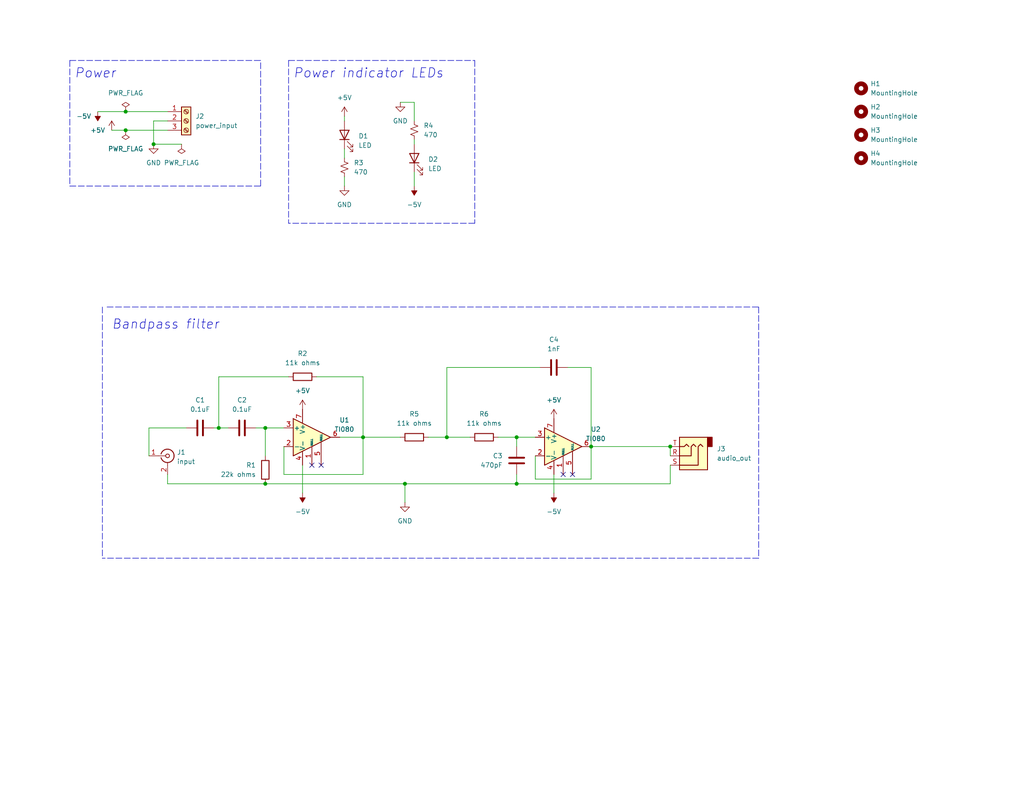
<source format=kicad_sch>
(kicad_sch (version 20211123) (generator eeschema)
  (paper "USLetter")
  (title_block (title "Optical Telecom Exhibit: Bandpass Filter") (date "2022-08-09") (rev "1") (company "Montana Science Center"))
  (lib_symbols
    (symbol "Amplifier_Operational:TL081" (pin_names (offset 0.127))
      (property "Reference" "U" (at 0 6.35 0))
      (property "Value" "TL081" (at 0 3.81 0))
      (symbol "TL081_0_1"
        (polyline (pts (xy -5.08 5.08) (xy 5.08 0) (xy -5.08 -5.08) (xy -5.08 5.08)) (stroke (width 0.254)) (fill (type background)))
      )
      (symbol "TL081_1_1"
        (pin input line (at 0 -7.62 90) (length 5.08) (name "NULL") (number "1"))
        (pin input line (at -7.62 -2.54 0) (length 2.54) (name "-") (number "2"))
        (pin input line (at -7.62 2.54 0) (length 2.54) (name "+") (number "3"))
        (pin power_in line (at -2.54 -7.62 90) (length 3.81) (name "V-") (number "4"))
        (pin input line (at 2.54 -7.62 90) (length 6.35) (name "NULL") (number "5"))
        (pin output line (at 7.62 0 180) (length 2.54) (name "~") (number "6"))
        (pin power_in line (at -2.54 7.62 270) (length 3.81) (name "V+") (number "7"))
        (pin no_connect line (at 0 2.54 270) (length 2.54) hide (name "NC") (number "8"))
      )
    )
    (symbol "Connector:AudioJack3"
      (property "Reference" "J" (at 0 8.89 0))
      (property "Value" "AudioJack3" (at 0 6.35 0))
      (symbol "AudioJack3_0_1"
        (rectangle (start -5.08 -5.08) (end -6.35 -2.54) (stroke (width 0.254)) (fill (type outline)))
        (polyline (pts (xy 0 -2.54) (xy 0.635 -3.175) (xy 1.27 -2.54) (xy 2.54 -2.54)) (stroke (width 0.254)))
        (polyline (pts (xy -1.905 -2.54) (xy -1.27 -3.175) (xy -0.635 -2.54) (xy -0.635 0) (xy 2.54 0)) (stroke (width 0.254)))
        (polyline (pts (xy 2.54 2.54) (xy -2.54 2.54) (xy -2.54 -2.54) (xy -3.175 -3.175) (xy -3.81 -2.54)) (stroke (width 0.254)))
        (rectangle (start 2.54 3.81) (end -5.08 -5.08) (stroke (width 0.254)) (fill (type background)))
      )
      (symbol "AudioJack3_1_1"
        (pin passive line (at 5.08 0 180) (length 2.54) (name "~") (number "R"))
        (pin passive line (at 5.08 2.54 180) (length 2.54) (name "~") (number "S"))
        (pin passive line (at 5.08 -2.54 180) (length 2.54) (name "~") (number "T"))
      )
    )
    (symbol "Connector:Conn_Coaxial" (pin_names (offset 1.016) hide)
      (property "Reference" "J" (at 0.254 3.048 0))
      (property "Value" "Conn_Coaxial" (at 2.921 0 90))
      (symbol "Conn_Coaxial_0_1"
        (arc (start -1.778 -0.508) (mid 0.2311 -1.8066) (end 1.778 0) (stroke (width 0.254)))
        (polyline (pts (xy -2.54 0) (xy -0.508 0)))
        (polyline (pts (xy 0 -2.54) (xy 0 -1.778)))
        (circle (center 0 0) (radius 0.508) (stroke (width 0.2032)))
        (arc (start 1.778 0) (mid 0.2099 1.8101) (end -1.778 0.508) (stroke (width 0.254)))
      )
      (symbol "Conn_Coaxial_1_1"
        (pin passive line (at -5.08 0 0) (length 2.54) (name "In") (number "1"))
        (pin passive line (at 0 -5.08 90) (length 2.54) (name "Ext") (number "2"))
      )
    )
    (symbol "Connector:Screw_Terminal_01x03" (pin_names (offset 1.016) hide)
      (property "Reference" "J" (at 0 5.08 0))
      (property "Value" "Screw_Terminal_01x03" (at 0 -5.08 0))
      (symbol "Screw_Terminal_01x03_1_1"
        (rectangle (start -1.27 3.81) (end 1.27 -3.81) (stroke (width 0.254)) (fill (type background)))
        (circle (center 0 -2.54) (radius 0.635) (stroke (width 0.1524)))
        (polyline (pts (xy -0.5334 -2.2098) (xy 0.3302 -3.048)) (stroke (width 0.1524)))
        (polyline (pts (xy -0.5334 0.3302) (xy 0.3302 -0.508)) (stroke (width 0.1524)))
        (polyline (pts (xy -0.5334 2.8702) (xy 0.3302 2.032)) (stroke (width 0.1524)))
        (polyline (pts (xy -0.3556 -2.032) (xy 0.508 -2.8702)) (stroke (width 0.1524)))
        (polyline (pts (xy -0.3556 0.508) (xy 0.508 -0.3302)) (stroke (width 0.1524)))
        (polyline (pts (xy -0.3556 3.048) (xy 0.508 2.2098)) (stroke (width 0.1524)))
        (circle (center 0 0) (radius 0.635) (stroke (width 0.1524)))
        (circle (center 0 2.54) (radius 0.635) (stroke (width 0.1524)))
        (pin passive line (at -5.08 2.54 0) (length 3.81) (name "Pin_1") (number "1"))
        (pin passive line (at -5.08 0 0) (length 3.81) (name "Pin_2") (number "2"))
        (pin passive line (at -5.08 -2.54 0) (length 3.81) (name "Pin_3") (number "3"))
      )
    )
    (symbol "Device:C" (pin_numbers hide) (pin_names (offset 0.254))
      (property "Reference" "C" (at 0.635 2.54 0))
      (property "Value" "C" (at 0.635 -2.54 0))
      (symbol "C_0_1"
        (polyline (pts (xy -2.032 -0.762) (xy 2.032 -0.762)) (stroke (width 0.508)))
        (polyline (pts (xy -2.032 0.762) (xy 2.032 0.762)) (stroke (width 0.508)))
      )
      (symbol "C_1_1"
        (pin passive line (at 0 3.81 270) (length 2.794) (name "~") (number "1"))
        (pin passive line (at 0 -3.81 90) (length 2.794) (name "~") (number "2"))
      )
    )
    (symbol "Device:LED" (pin_numbers hide) (pin_names (offset 1.016) hide)
      (property "Reference" "D" (at 0 2.54 0))
      (property "Value" "LED" (at 0 -2.54 0))
      (symbol "LED_0_1"
        (polyline (pts (xy -1.27 -1.27) (xy -1.27 1.27)) (stroke (width 0.254)))
        (polyline (pts (xy -1.27 0) (xy 1.27 0)))
        (polyline (pts (xy 1.27 -1.27) (xy 1.27 1.27) (xy -1.27 0) (xy 1.27 -1.27)) (stroke (width 0.254)))
        (polyline (pts (xy -3.048 -0.762) (xy -4.572 -2.286) (xy -3.81 -2.286) (xy -4.572 -2.286) (xy -4.572 -1.524)))
        (polyline (pts (xy -1.778 -0.762) (xy -3.302 -2.286) (xy -2.54 -2.286) (xy -3.302 -2.286) (xy -3.302 -1.524)))
      )
      (symbol "LED_1_1"
        (pin passive line (at -3.81 0 0) (length 2.54) (name "K") (number "1"))
        (pin passive line (at 3.81 0 180) (length 2.54) (name "A") (number "2"))
      )
    )
    (symbol "Device:R" (pin_numbers hide) (pin_names (offset 0))
      (property "Reference" "R" (at 2.032 0 90))
      (property "Value" "R" (at 0 0 90))
      (symbol "R_0_1"
        (rectangle (start -1.016 -2.54) (end 1.016 2.54) (stroke (width 0.254)))
      )
      (symbol "R_1_1"
        (pin passive line (at 0 3.81 270) (length 1.27) (name "~") (number "1"))
        (pin passive line (at 0 -3.81 90) (length 1.27) (name "~") (number "2"))
      )
    )
    (symbol "Device:R_Small_US" (pin_numbers hide) (pin_names (offset 0.254) hide)
      (property "Reference" "R" (at 0.762 0.508 0))
      (property "Value" "R_Small_US" (at 0.762 -1.016 0))
      (symbol "R_Small_US_1_1"
        (polyline (pts (xy 0 0) (xy 1.016 -0.381) (xy 0 -0.762) (xy -1.016 -1.143) (xy 0 -1.524)))
        (polyline (pts (xy 0 1.524) (xy 1.016 1.143) (xy 0 0.762) (xy -1.016 0.381) (xy 0 0)))
        (pin passive line (at 0 2.54 270) (length 1.016) (name "~") (number "1"))
        (pin passive line (at 0 -2.54 90) (length 1.016) (name "~") (number "2"))
      )
    )
    (symbol "Mechanical:MountingHole" (pin_names (offset 1.016))
      (property "Reference" "H" (at 0 5.08 0))
      (property "Value" "MountingHole" (at 0 3.175 0))
      (symbol "MountingHole_0_1"
        (circle (center 0 0) (radius 1.27) (stroke (width 1.27)))
      )
    )
    (symbol "power:+5V" (power) (pin_names (offset 0))
      (property "Value" "+5V" (at 0 3.556 0))
      (symbol "+5V_0_1"
        (polyline (pts (xy -0.762 1.27) (xy 0 2.54)))
        (polyline (pts (xy 0 0) (xy 0 2.54)))
        (polyline (pts (xy 0 2.54) (xy 0.762 1.27)))
      )
      (symbol "+5V_1_1"
        (pin power_in line (at 0 0 90) (length 0) hide (name "+5V") (number "1"))
      )
    )
    (symbol "power:-5V" (power) (pin_names (offset 0))
      (property "Value" "-5V" (at 0 3.81 0))
      (symbol "-5V_0_0"
        (pin power_in line (at 0 0 90) (length 0) hide (name "-5V") (number "1"))
      )
      (symbol "-5V_0_1"
        (polyline (pts (xy 0 0) (xy 0 1.27) (xy 0.762 1.27) (xy 0 2.54) (xy -0.762 1.27) (xy 0 1.27)) (fill (type outline)))
      )
    )
    (symbol "power:GND" (power) (pin_names (offset 0))
      (property "Value" "GND" (at 0 -3.81 0))
      (symbol "GND_0_1"
        (polyline (pts (xy 0 0) (xy 0 -1.27) (xy 1.27 -1.27) (xy 0 -2.54) (xy -1.27 -1.27) (xy 0 -1.27)))
      )
      (symbol "GND_1_1"
        (pin power_in line (at 0 0 270) (length 0) hide (name "GND") (number "1"))
      )
    )
    (symbol "power:PWR_FLAG" (power) (pin_numbers hide) (pin_names (offset 0) hide)
      (property "Value" "PWR_FLAG" (at 0 3.81 0))
      (symbol "PWR_FLAG_0_0"
        (pin power_out line (at 0 0 90) (length 0) (name "pwr") (number "1"))
      )
      (symbol "PWR_FLAG_0_1"
        (polyline (pts (xy 0 0) (xy 0 1.27) (xy -1.016 1.905) (xy 0 2.54) (xy 1.016 1.905) (xy 0 1.27)))
      )
    )
  )
  (junction (at 72.39 116.84))
  (junction (at 41.91 39.37))
  (junction (at 182.88 121.92))
  (junction (at 72.39 132.08))
  (junction (at 59.69 116.84))
  (junction (at 34.29 30.48))
  (junction (at 121.92 119.38))
  (junction (at 99.06 119.38))
  (junction (at 34.29 35.56))
  (junction (at 161.29 121.92))
  (junction (at 140.97 119.38))
  (junction (at 110.49 132.08))
  (junction (at 140.97 132.08))
  (no_connect (at 87.63 127))
  (no_connect (at 85.09 127))
  (no_connect (at 156.21 129.54))
  (no_connect (at 153.67 129.54))
  (polyline (pts (xy 207.01 152.4) (xy 27.94 152.4)))
  (wire (pts (xy 45.72 33.02) (xy 41.91 33.02)))
  (wire (pts (xy 110.49 132.08) (xy 110.49 137.16)))
  (wire (pts (xy 40.64 116.84) (xy 50.8 116.84)))
  (wire (pts (xy 59.69 102.87) (xy 59.69 116.84)))
  (wire (pts (xy 86.36 102.87) (xy 99.06 102.87)))
  (wire (pts (xy 34.29 35.56) (xy 45.72 35.56)))
  (polyline (pts (xy 19.05 16.51) (xy 71.12 16.51)))
  (wire (pts (xy 40.64 116.84) (xy 40.64 124.46)))
  (wire (pts (xy 121.92 119.38) (xy 128.27 119.38)))
  (wire (pts (xy 140.97 119.38) (xy 140.97 121.92)))
  (wire (pts (xy 41.91 33.02) (xy 41.91 39.37)))
  (wire (pts (xy 72.39 132.08) (xy 110.49 132.08)))
  (polyline (pts (xy 78.74 16.51) (xy 78.74 60.96)))
  (wire (pts (xy 146.05 130.81) (xy 146.05 124.46)))
  (wire (pts (xy 45.72 132.08) (xy 72.39 132.08)))
  (polyline (pts (xy 71.12 50.8) (xy 71.12 16.51)))
  (wire (pts (xy 72.39 124.46) (xy 72.39 116.84)))
  (wire (pts (xy 30.48 35.56) (xy 34.29 35.56)))
  (wire (pts (xy 113.03 38.1) (xy 113.03 39.37)))
  (wire (pts (xy 69.85 116.84) (xy 72.39 116.84)))
  (wire (pts (xy 77.47 129.54) (xy 99.06 129.54)))
  (polyline (pts (xy 78.74 16.51) (xy 129.54 16.51)))
  (wire (pts (xy 93.98 31.75) (xy 93.98 33.02)))
  (polyline (pts (xy 19.05 16.51) (xy 19.05 50.8)))
  (wire (pts (xy 113.03 27.94) (xy 113.03 33.02)))
  (polyline (pts (xy 129.54 60.96) (xy 78.74 60.96)))
  (wire (pts (xy 109.22 27.94) (xy 113.03 27.94)))
  (wire (pts (xy 182.88 121.92) (xy 182.88 124.46)))
  (wire (pts (xy 161.29 130.81) (xy 161.29 121.92)))
  (wire (pts (xy 41.91 39.37) (xy 49.53 39.37)))
  (wire (pts (xy 161.29 100.33) (xy 161.29 121.92)))
  (wire (pts (xy 161.29 121.92) (xy 182.88 121.92)))
  (wire (pts (xy 182.88 127) (xy 182.88 132.08)))
  (wire (pts (xy 99.06 129.54) (xy 99.06 119.38)))
  (wire (pts (xy 45.72 129.54) (xy 45.72 132.08)))
  (wire (pts (xy 58.42 116.84) (xy 59.69 116.84)))
  (wire (pts (xy 92.71 119.38) (xy 99.06 119.38)))
  (polyline (pts (xy 207.01 83.82) (xy 207.01 152.4)))
  (wire (pts (xy 93.98 43.18) (xy 93.98 40.64)))
  (polyline (pts (xy 27.94 83.82) (xy 27.94 152.4)))
  (wire (pts (xy 135.89 119.38) (xy 140.97 119.38)))
  (wire (pts (xy 140.97 129.54) (xy 140.97 132.08)))
  (wire (pts (xy 154.94 100.33) (xy 161.29 100.33)))
  (wire (pts (xy 93.98 48.26) (xy 93.98 50.8)))
  (wire (pts (xy 77.47 129.54) (xy 77.47 121.92)))
  (wire (pts (xy 121.92 100.33) (xy 121.92 119.38)))
  (wire (pts (xy 26.67 30.48) (xy 34.29 30.48)))
  (wire (pts (xy 151.13 134.62) (xy 151.13 129.54)))
  (wire (pts (xy 34.29 30.48) (xy 45.72 30.48)))
  (wire (pts (xy 140.97 119.38) (xy 146.05 119.38)))
  (wire (pts (xy 147.32 100.33) (xy 121.92 100.33)))
  (polyline (pts (xy 129.54 16.51) (xy 129.54 60.96)))
  (polyline (pts (xy 29.21 83.82) (xy 207.01 83.82)))
  (wire (pts (xy 99.06 119.38) (xy 109.22 119.38)))
  (wire (pts (xy 116.84 119.38) (xy 121.92 119.38)))
  (wire (pts (xy 146.05 130.81) (xy 161.29 130.81)))
  (wire (pts (xy 140.97 132.08) (xy 182.88 132.08)))
  (wire (pts (xy 99.06 102.87) (xy 99.06 119.38)))
  (wire (pts (xy 113.03 46.99) (xy 113.03 50.8)))
  (wire (pts (xy 78.74 102.87) (xy 59.69 102.87)))
  (wire (pts (xy 59.69 116.84) (xy 62.23 116.84)))
  (polyline (pts (xy 19.05 50.8) (xy 71.12 50.8)))
  (wire (pts (xy 82.55 134.62) (xy 82.55 127)))
  (wire (pts (xy 72.39 116.84) (xy 77.47 116.84)))
  (wire (pts (xy 110.49 132.08) (xy 140.97 132.08)))
  (text "Power" (at 20.32 21.59 0) (effects (font (size 2.54 2.54) italic) (justify left bottom)))
  (text "Bandpass filter" (at 30.48 90.17 0) (effects (font (size 2.54 2.54) italic) (justify left bottom)))
  (text "Power indicator LEDs" (at 80.01 21.59 0) (effects (font (size 2.54 2.54) italic) (justify left bottom)))
  (symbol (lib_id "Mechanical:MountingHole") (at 234.95 36.83 0) (unit 1)
    (property "Reference" "H3" (at 237.49 35.5599 0) (effects (justify left)))
    (property "Value" "MountingHole" (at 237.49 38.0999 0) (effects (justify left)))
    (property "Footprint" "MountingHole:MountingHole_3.2mm_M3" (effects hide))
  )
  (symbol (lib_id "Device:R_Small_US") (at 113.03 35.56 0) (unit 1)
    (property "Reference" "R4" (at 115.57 34.2899 0) (effects (justify left)))
    (property "Value" "470" (at 115.57 36.8299 0) (effects (justify left)))
    (property "Footprint" "Resistor_THT:R_Axial_DIN0207_L6.3mm_D2.5mm_P7.62mm_Horizontal" (effects hide))
  )
  (symbol (lib_id "power:-5V") (at 113.03 50.8 180) (unit 1)
    (property "Reference" "#PWR010" (effects hide))
    (property "Value" "-5V" (at 113.03 55.88 0))
  )
  (symbol (lib_id "Device:R") (at 132.08 119.38 270) (mirror x) (unit 1)
    (property "Reference" "R6" (at 132.08 113.03 90))
    (property "Value" "11k ohms" (at 132.08 115.57 90))
    (property "Footprint" "Resistor_THT:R_Axial_DIN0207_L6.3mm_D2.5mm_P7.62mm_Horizontal" (effects hide))
  )
  (symbol (lib_id "Connector:Screw_Terminal_01x03") (at 50.8 33.02 0) (unit 1)
    (property "Reference" "J2" (at 53.34 31.7499 0) (effects (justify left)))
    (property "Value" "power_input" (at 53.34 34.2899 0) (effects (justify left)))
    (property "Footprint" "TerminalBlock_Phoenix:TerminalBlock_Phoenix_MKDS-1,5-3-5.08_1x03_P5.08mm_Horizontal" (effects hide))
  )
  (symbol (lib_id "power:-5V") (at 26.67 30.48 180) (unit 1)
    (property "Reference" "#PWR01" (effects hide))
    (property "Value" "-5V" (at 22.86 31.75 0))
  )
  (symbol (lib_id "power:GND") (at 110.49 137.16 0) (unit 1)
    (property "Reference" "#PWR09" (effects hide))
    (property "Value" "GND" (at 110.49 142.24 0))
  )
  (symbol (lib_id "Device:C") (at 151.13 100.33 90) (mirror x) (unit 1)
    (property "Reference" "C4" (at 151.13 92.71 90))
    (property "Value" "1nF" (at 151.13 95.25 90))
    (property "Footprint" "Capacitor_THT:C_Disc_D7.5mm_W5.0mm_P7.50mm" (effects hide))
  )
  (symbol (lib_id "Device:C") (at 54.61 116.84 270) (unit 1)
    (property "Reference" "C1" (at 54.61 109.22 90))
    (property "Value" "0.1uF" (at 54.61 111.76 90))
    (property "Footprint" "Capacitor_THT:C_Disc_D7.5mm_W5.0mm_P7.50mm" (effects hide))
  )
  (symbol (lib_id "Amplifier_Operational:TL081") (at 85.09 119.38 0) (unit 1)
    (property "Reference" "U1" (at 93.98 114.681 0))
    (property "Value" "TI080" (at 93.98 117.221 0))
    (property "Footprint" "Package_DIP:DIP-8_W7.62mm" (effects hide))
    (property "Datasheet" "http://www.ti.com/lit/ds/symlink/tl081.pdf" (effects hide))
  )
  (symbol (lib_id "Device:R") (at 113.03 119.38 270) (mirror x) (unit 1)
    (property "Reference" "R5" (at 113.03 113.03 90))
    (property "Value" "11k ohms" (at 113.03 115.57 90))
    (property "Footprint" "Resistor_THT:R_Axial_DIN0207_L6.3mm_D2.5mm_P7.62mm_Horizontal" (effects hide))
  )
  (symbol (lib_id "Mechanical:MountingHole") (at 234.95 43.18 0) (unit 1)
    (property "Reference" "H4" (at 237.49 41.9099 0) (effects (justify left)))
    (property "Value" "MountingHole" (at 237.49 44.4499 0) (effects (justify left)))
    (property "Footprint" "MountingHole:MountingHole_3.2mm_M3" (effects hide))
  )
  (symbol (lib_id "power:+5V") (at 93.98 31.75 0) (unit 1)
    (property "Reference" "#PWR06" (effects hide))
    (property "Value" "+5V" (at 93.98 26.67 0))
  )
  (symbol (lib_id "power:PWR_FLAG") (at 49.53 39.37 180) (unit 1)
    (property "Reference" "#FLG03" (effects hide))
    (property "Value" "PWR_FLAG" (at 49.53 44.45 0))
  )
  (symbol (lib_id "power:-5V") (at 82.55 134.62 180) (unit 1)
    (property "Reference" "#PWR05" (effects hide))
    (property "Value" "-5V" (at 82.55 139.7 0))
  )
  (symbol (lib_id "power:GND") (at 109.22 27.94 0) (unit 1)
    (property "Reference" "#PWR08" (effects hide))
    (property "Value" "GND" (at 109.22 33.02 0))
  )
  (symbol (lib_id "Amplifier_Operational:TL081") (at 153.67 121.92 0) (unit 1)
    (property "Reference" "U2" (at 162.56 117.221 0))
    (property "Value" "TI080" (at 162.56 119.761 0))
    (property "Footprint" "Package_DIP:DIP-8_W7.62mm" (effects hide))
    (property "Datasheet" "http://www.ti.com/lit/ds/symlink/tl081.pdf" (effects hide))
  )
  (symbol (lib_id "Device:C") (at 66.04 116.84 270) (unit 1)
    (property "Reference" "C2" (at 66.04 109.22 90))
    (property "Value" "0.1uF" (at 66.04 111.76 90))
    (property "Footprint" "Capacitor_THT:C_Disc_D7.5mm_W5.0mm_P7.50mm" (effects hide))
  )
  (symbol (lib_id "power:GND") (at 41.91 39.37 0) (unit 1)
    (property "Reference" "#PWR03" (effects hide))
    (property "Value" "GND" (at 41.91 44.45 0))
  )
  (symbol (lib_id "power:+5V") (at 151.13 114.3 0) (unit 1)
    (property "Reference" "#PWR011" (effects hide))
    (property "Value" "+5V" (at 151.13 109.22 0))
  )
  (symbol (lib_id "Device:C") (at 140.97 125.73 0) (mirror x) (unit 1)
    (property "Reference" "C3" (at 137.16 124.4599 0) (effects (justify right)))
    (property "Value" "470pF" (at 137.16 126.9999 0) (effects (justify right)))
    (property "Footprint" "Capacitor_THT:C_Disc_D7.5mm_W5.0mm_P7.50mm" (effects hide))
  )
  (symbol (lib_id "power:-5V") (at 151.13 134.62 180) (unit 1)
    (property "Reference" "#PWR012" (effects hide))
    (property "Value" "-5V" (at 151.13 139.7 0))
  )
  (symbol (lib_id "Connector:AudioJack3") (at 187.96 124.46 180) (unit 1)
    (property "Reference" "J3" (at 195.58 122.5549 0) (effects (justify right)))
    (property "Value" "audio_out" (at 195.58 125.0949 0) (effects (justify right)))
    (property "Footprint" "Connector_Audio:Jack_3.5mm_CUI_SJ1-3523N_Horizontal" (effects hide))
  )
  (symbol (lib_id "Connector:Conn_Coaxial") (at 45.72 124.46 0) (unit 1)
    (property "Reference" "J1" (at 48.26 123.4831 0) (effects (justify left)))
    (property "Value" "input" (at 48.26 126.0231 0) (effects (justify left)))
    (property "Footprint" "Connector_Coaxial:BNC_TEConnectivity_1478204_Vertical" (effects hide))
    (property "Datasheet" "https://s3-us-west-2.amazonaws.com/catsy.582/112404.pdf" (effects hide))
    (property "Part Number" "ACX1051-ND" (effects hide))
  )
  (symbol (lib_id "Device:LED") (at 113.03 43.18 90) (unit 1)
    (property "Reference" "D2" (at 116.84 43.4974 90) (effects (justify right)))
    (property "Value" "LED" (at 116.84 46.0374 90) (effects (justify right)))
    (property "Footprint" "LED_THT:LED_D3.0mm_Clear" (effects hide))
    (property "Mfr. Part #" " INL-3AA30 " (effects hide))
  )
  (symbol (lib_id "power:+5V") (at 82.55 111.76 0) (unit 1)
    (property "Reference" "#PWR04" (effects hide))
    (property "Value" "+5V" (at 82.55 106.68 0))
  )
  (symbol (lib_id "Device:R") (at 72.39 128.27 0) (mirror x) (unit 1)
    (property "Reference" "R1" (at 69.85 126.9999 0) (effects (justify right)))
    (property "Value" "22k ohms" (at 69.85 129.5399 0) (effects (justify right)))
    (property "Footprint" "Resistor_THT:R_Axial_DIN0207_L6.3mm_D2.5mm_P7.62mm_Horizontal" (effects hide))
  )
  (symbol (lib_id "power:GND") (at 93.98 50.8 0) (unit 1)
    (property "Reference" "#PWR07" (effects hide))
    (property "Value" "GND" (at 93.98 55.88 0))
  )
  (symbol (lib_id "power:PWR_FLAG") (at 34.29 30.48 0) (unit 1)
    (property "Reference" "#FLG01" (effects hide))
    (property "Value" "PWR_FLAG" (at 34.29 25.4 0))
  )
  (symbol (lib_id "Mechanical:MountingHole") (at 234.95 30.48 0) (unit 1)
    (property "Reference" "H2" (at 237.49 29.2099 0) (effects (justify left)))
    (property "Value" "MountingHole" (at 237.49 31.7499 0) (effects (justify left)))
    (property "Footprint" "MountingHole:MountingHole_3.2mm_M3" (effects hide))
  )
  (symbol (lib_id "power:PWR_FLAG") (at 34.29 35.56 180) (unit 1)
    (property "Reference" "#FLG02" (effects hide))
    (property "Value" "PWR_FLAG" (at 34.29 40.64 0))
  )
  (symbol (lib_id "Device:LED") (at 93.98 36.83 90) (unit 1)
    (property "Reference" "D1" (at 97.79 37.1474 90) (effects (justify right)))
    (property "Value" "LED" (at 97.79 39.6874 90) (effects (justify right)))
    (property "Footprint" "LED_THT:LED_D3.0mm_Clear" (effects hide))
    (property "Mfr. Part #" " INL-3AA30 " (effects hide))
  )
  (symbol (lib_id "Mechanical:MountingHole") (at 234.95 24.13 0) (unit 1)
    (property "Reference" "H1" (at 237.49 22.8599 0) (effects (justify left)))
    (property "Value" "MountingHole" (at 237.49 25.3999 0) (effects (justify left)))
    (property "Footprint" "MountingHole:MountingHole_3.2mm_M3" (effects hide))
  )
  (symbol (lib_id "Device:R_Small_US") (at 93.98 45.72 0) (unit 1)
    (property "Reference" "R3" (at 96.52 44.4499 0) (effects (justify left)))
    (property "Value" "470" (at 96.52 46.9899 0) (effects (justify left)))
    (property "Footprint" "Resistor_THT:R_Axial_DIN0207_L6.3mm_D2.5mm_P7.62mm_Horizontal" (effects hide))
  )
  (symbol (lib_id "power:+5V") (at 30.48 35.56 0) (unit 1)
    (property "Reference" "#PWR02" (effects hide))
    (property "Value" "+5V" (at 26.67 35.56 0))
  )
  (symbol (lib_id "Device:R") (at 82.55 102.87 270) (mirror x) (unit 1)
    (property "Reference" "R2" (at 82.55 96.52 90))
    (property "Value" "11k ohms" (at 82.55 99.06 90))
    (property "Footprint" "Resistor_THT:R_Axial_DIN0207_L6.3mm_D2.5mm_P7.62mm_Horizontal" (effects hide))
  )
)
</source>
